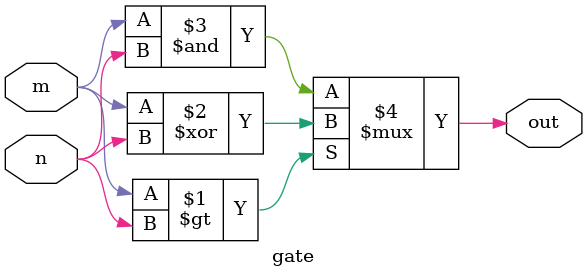
<source format=v>
`define xor_gate(a,b) a^b
`define and_gate(a,b) a&b

module ha(a,b,s,c);
  input a,b;
  output s,c;
  assign s = `xor_gate(a,b);
  assign c = `and_gate(a,b);
endmodule

module gate (
    input  m,
    input  n,
    output out
);
    assign out = (m > n) ? `xor_gate(m,n) : `and_gate(m,n);
endmodule

`undef xor_gate
`undef and_gate
`resetall

</source>
